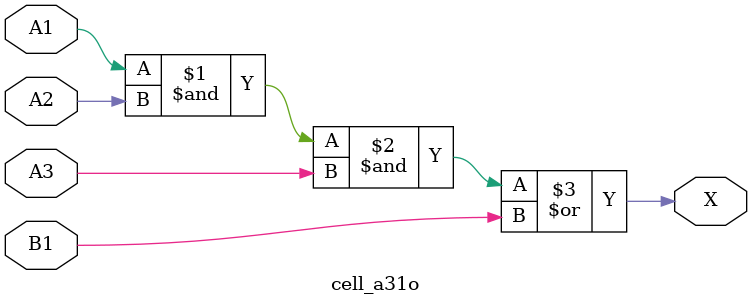
<source format=v>
`timescale 1ps/1ps
module cell_a31o
(
    input wire A1,
    input wire A2,
    input wire A3,
    input wire B1,
    output wire X
);
    assign X = ((A1 & A2 & A3) | B1);
endmodule

</source>
